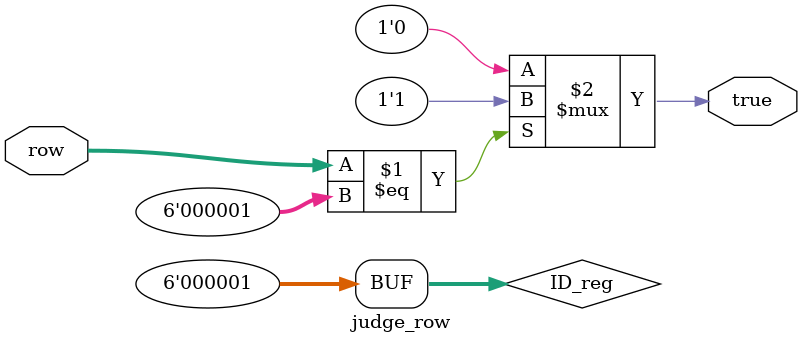
<source format=v>
`timescale 1ns / 1ps


module judge_row(
input [5:0] row,
output true
    );
    parameter [5:0] ID=1;
    reg [5:0] ID_reg=ID;
        assign true=(row==ID_reg)?1'b1:1'b0;
endmodule

</source>
